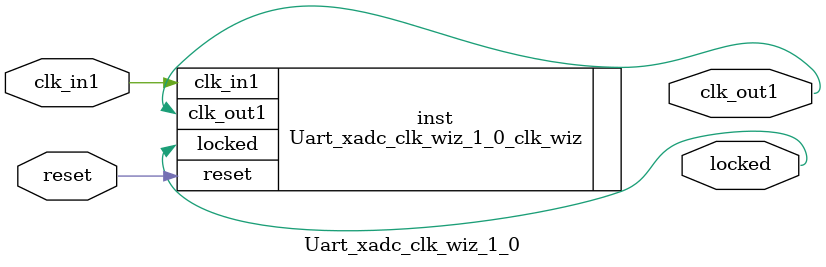
<source format=v>


`timescale 1ps/1ps

(* CORE_GENERATION_INFO = "Uart_xadc_clk_wiz_1_0,clk_wiz_v6_0_4_0_0,{component_name=Uart_xadc_clk_wiz_1_0,use_phase_alignment=true,use_min_o_jitter=false,use_max_i_jitter=false,use_dyn_phase_shift=false,use_inclk_switchover=false,use_dyn_reconfig=false,enable_axi=0,feedback_source=FDBK_AUTO,PRIMITIVE=MMCM,num_out_clk=1,clkin1_period=10.000,clkin2_period=10.000,use_power_down=false,use_reset=true,use_locked=true,use_inclk_stopped=false,feedback_type=SINGLE,CLOCK_MGR_TYPE=NA,manual_override=false}" *)

module Uart_xadc_clk_wiz_1_0 
 (
  // Clock out ports
  output        clk_out1,
  // Status and control signals
  input         reset,
  output        locked,
 // Clock in ports
  input         clk_in1
 );

  Uart_xadc_clk_wiz_1_0_clk_wiz inst
  (
  // Clock out ports  
  .clk_out1(clk_out1),
  // Status and control signals               
  .reset(reset), 
  .locked(locked),
 // Clock in ports
  .clk_in1(clk_in1)
  );

endmodule

</source>
